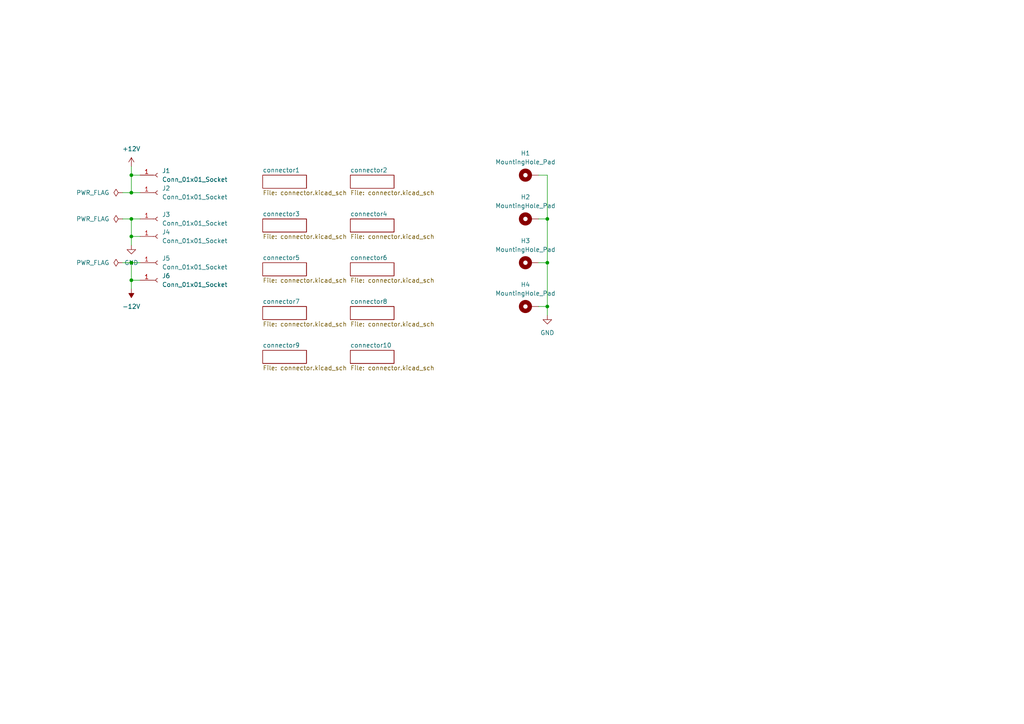
<source format=kicad_sch>
(kicad_sch (version 20230121) (generator eeschema)
  (paper "A4")
  (lib_symbols
    (symbol "Connector:Conn_01x01_Socket" (pin_names (offset 1.016) hide)
      (property "Reference" "J" (at 0 2.54 0))
      (property "Value" "Conn_01x01_Socket" (at 0 -2.54 0))
      (symbol "Conn_01x01_Socket_1_1"
        (polyline (pts (xy -1.27 0) (xy -0.508 0)) (stroke (width 0.1524)))
        (arc (start 0 0.508) (mid -0.5058 0) (end 0 -0.508) (stroke (width 0.1524)))
        (pin passive line (at -5.08 0 0) (length 3.81) (name "Pin_1") (number "1"))
      )
    )
    (symbol "Mechanical:MountingHole_Pad" (pin_numbers hide) (pin_names (offset 1.016) hide)
      (property "Reference" "H" (at 0 6.35 0))
      (property "Value" "MountingHole_Pad" (at 0 4.445 0))
      (symbol "MountingHole_Pad_0_1"
        (circle (center 0 1.27) (radius 1.27) (stroke (width 1.27)))
      )
      (symbol "MountingHole_Pad_1_1"
        (pin input line (at 0 -2.54 90) (length 2.54) (name "1") (number "1"))
      )
    )
    (symbol "power:+12V" (power) (pin_names (offset 0))
      (property "Value" "+12V" (at 0 3.556 0))
      (symbol "+12V_0_1"
        (polyline (pts (xy -0.762 1.27) (xy 0 2.54)))
        (polyline (pts (xy 0 0) (xy 0 2.54)))
        (polyline (pts (xy 0 2.54) (xy 0.762 1.27)))
      )
      (symbol "+12V_1_1"
        (pin power_in line (at 0 0 90) (length 0) hide (name "+12V") (number "1"))
      )
    )
    (symbol "power:-12V" (power) (pin_names (offset 0))
      (property "Value" "-12V" (at 0 3.81 0))
      (symbol "-12V_0_0"
        (pin power_in line (at 0 0 90) (length 0) hide (name "-12V") (number "1"))
      )
      (symbol "-12V_0_1"
        (polyline (pts (xy 0 0) (xy 0 1.27) (xy 0.762 1.27) (xy 0 2.54) (xy -0.762 1.27) (xy 0 1.27)) (fill (type outline)))
      )
    )
    (symbol "power:GND" (power) (pin_names (offset 0))
      (property "Value" "GND" (at 0 -3.81 0))
      (symbol "GND_0_1"
        (polyline (pts (xy 0 0) (xy 0 -1.27) (xy 1.27 -1.27) (xy 0 -2.54) (xy -1.27 -1.27) (xy 0 -1.27)))
      )
      (symbol "GND_1_1"
        (pin power_in line (at 0 0 270) (length 0) hide (name "GND") (number "1"))
      )
    )
    (symbol "power:PWR_FLAG" (power) (pin_numbers hide) (pin_names (offset 0) hide)
      (property "Value" "PWR_FLAG" (at 0 3.81 0))
      (symbol "PWR_FLAG_0_0"
        (pin power_out line (at 0 0 90) (length 0) (name "pwr") (number "1"))
      )
      (symbol "PWR_FLAG_0_1"
        (polyline (pts (xy 0 0) (xy 0 1.27) (xy -1.016 1.905) (xy 0 2.54) (xy 1.016 1.905) (xy 0 1.27)))
      )
    )
  )
  (junction (at 38.1 81.28))
  (junction (at 158.75 63.5))
  (junction (at 158.75 76.2))
  (junction (at 38.1 68.58))
  (junction (at 158.75 88.9))
  (junction (at 38.1 63.5))
  (junction (at 38.1 55.88))
  (junction (at 38.1 76.2))
  (junction (at 38.1 50.8))
  (wire (pts (xy 158.75 76.2) (xy 158.75 88.9)))
  (wire (pts (xy 38.1 76.2) (xy 38.1 81.28)))
  (wire (pts (xy 38.1 55.88) (xy 38.1 50.8)))
  (wire (pts (xy 40.64 55.88) (xy 38.1 55.88)))
  (wire (pts (xy 156.21 88.9) (xy 158.75 88.9)))
  (wire (pts (xy 158.75 88.9) (xy 158.75 91.44)))
  (wire (pts (xy 38.1 50.8) (xy 38.1 48.26)))
  (wire (pts (xy 35.56 63.5) (xy 38.1 63.5)))
  (wire (pts (xy 156.21 50.8) (xy 158.75 50.8)))
  (wire (pts (xy 38.1 81.28) (xy 40.64 81.28)))
  (wire (pts (xy 38.1 68.58) (xy 40.64 68.58)))
  (wire (pts (xy 38.1 68.58) (xy 38.1 71.12)))
  (wire (pts (xy 40.64 76.2) (xy 38.1 76.2)))
  (wire (pts (xy 40.64 63.5) (xy 38.1 63.5)))
  (wire (pts (xy 35.56 76.2) (xy 38.1 76.2)))
  (wire (pts (xy 156.21 76.2) (xy 158.75 76.2)))
  (wire (pts (xy 35.56 55.88) (xy 38.1 55.88)))
  (wire (pts (xy 38.1 63.5) (xy 38.1 68.58)))
  (wire (pts (xy 156.21 63.5) (xy 158.75 63.5)))
  (wire (pts (xy 40.64 50.8) (xy 38.1 50.8)))
  (wire (pts (xy 38.1 81.28) (xy 38.1 83.82)))
  (wire (pts (xy 158.75 63.5) (xy 158.75 76.2)))
  (wire (pts (xy 158.75 50.8) (xy 158.75 63.5)))
  (symbol (lib_id "Connector:Conn_01x01_Socket") (at 45.72 55.88 0) (unit 1)
    (property "Reference" "J2" (at 46.99 54.61 0) (effects (justify left)))
    (property "Value" "Conn_01x01_Socket" (at 46.99 57.15 0) (effects (justify left)))
    (property "Footprint" "Connector_Pin:Pin_D1.0mm_L10.0mm" (effects hide))
  )
  (symbol (lib_id "Connector:Conn_01x01_Socket") (at 45.72 50.8 0) (unit 1)
    (property "Reference" "J1" (at 46.99 49.53 0) (effects (justify left)))
    (property "Value" "Conn_01x01_Socket" (at 46.99 52.07 0) (effects (justify left)))
    (property "Footprint" "Connector_Pin:Pin_D1.0mm_L10.0mm" (effects hide))
  )
  (symbol (lib_id "Mechanical:MountingHole_Pad") (at 153.67 88.9 90) (unit 1)
    (property "Reference" "H4" (at 152.4 82.55 90))
    (property "Value" "MountingHole_Pad" (at 152.4 85.09 90))
    (property "Footprint" "MountingHole:MountingHole_3.2mm_M3_Pad" (effects hide))
  )
  (symbol (lib_id "Mechanical:MountingHole_Pad") (at 153.67 63.5 90) (unit 1)
    (property "Reference" "H2" (at 152.4 57.15 90))
    (property "Value" "MountingHole_Pad" (at 152.4 59.69 90))
    (property "Footprint" "MountingHole:MountingHole_3.2mm_M3_Pad" (effects hide))
  )
  (symbol (lib_id "Connector:Conn_01x01_Socket") (at 45.72 63.5 0) (unit 1)
    (property "Reference" "J3" (at 46.99 62.23 0) (effects (justify left)))
    (property "Value" "Conn_01x01_Socket" (at 46.99 64.77 0) (effects (justify left)))
    (property "Footprint" "Connector_Pin:Pin_D1.0mm_L10.0mm" (effects hide))
  )
  (symbol (lib_id "power:GND") (at 158.75 91.44 0) (unit 1)
    (property "Reference" "#PWR064" (effects hide))
    (property "Value" "GND" (at 158.75 96.52 0))
  )
  (symbol (lib_id "power:GND") (at 38.1 71.12 0) (unit 1)
    (property "Reference" "#PWR02" (effects hide))
    (property "Value" "GND" (at 38.1 76.2 0))
  )
  (symbol (lib_id "power:PWR_FLAG") (at 35.56 76.2 90) (unit 1)
    (property "Reference" "#FLG03" (effects hide))
    (property "Value" "PWR_FLAG" (at 31.75 76.2 90) (effects (justify left)))
  )
  (symbol (lib_id "power:-12V") (at 38.1 83.82 180) (unit 1)
    (property "Reference" "#PWR03" (effects hide))
    (property "Value" "-12V" (at 38.1 88.9 0))
  )
  (symbol (lib_id "Connector:Conn_01x01_Socket") (at 45.72 81.28 0) (unit 1)
    (property "Reference" "J6" (at 46.99 80.01 0) (effects (justify left)))
    (property "Value" "Conn_01x01_Socket" (at 46.99 82.55 0) (effects (justify left)))
    (property "Footprint" "Connector_Pin:Pin_D1.0mm_L10.0mm" (effects hide))
  )
  (symbol (lib_id "power:PWR_FLAG") (at 35.56 63.5 90) (unit 1)
    (property "Reference" "#FLG02" (effects hide))
    (property "Value" "PWR_FLAG" (at 31.75 63.5 90) (effects (justify left)))
  )
  (symbol (lib_id "Mechanical:MountingHole_Pad") (at 153.67 76.2 90) (unit 1)
    (property "Reference" "H3" (at 152.4 69.85 90))
    (property "Value" "MountingHole_Pad" (at 152.4 72.39 90))
    (property "Footprint" "MountingHole:MountingHole_3.2mm_M3_Pad" (effects hide))
  )
  (symbol (lib_id "Mechanical:MountingHole_Pad") (at 153.67 50.8 90) (unit 1)
    (property "Reference" "H1" (at 152.4 44.45 90))
    (property "Value" "MountingHole_Pad" (at 152.4 46.99 90))
    (property "Footprint" "MountingHole:MountingHole_3.2mm_M3_Pad" (effects hide))
  )
  (symbol (lib_id "power:PWR_FLAG") (at 35.56 55.88 90) (unit 1)
    (property "Reference" "#FLG01" (effects hide))
    (property "Value" "PWR_FLAG" (at 31.75 55.88 90) (effects (justify left)))
  )
  (symbol (lib_id "Connector:Conn_01x01_Socket") (at 45.72 76.2 0) (unit 1)
    (property "Reference" "J5" (at 46.99 74.93 0) (effects (justify left)))
    (property "Value" "Conn_01x01_Socket" (at 46.99 77.47 0) (effects (justify left)))
    (property "Footprint" "Connector_Pin:Pin_D1.0mm_L10.0mm" (effects hide))
  )
  (symbol (lib_id "power:+12V") (at 38.1 48.26 0) (unit 1)
    (property "Reference" "#PWR01" (effects hide))
    (property "Value" "+12V" (at 38.1 43.18 0))
  )
  (symbol (lib_id "Connector:Conn_01x01_Socket") (at 45.72 68.58 0) (unit 1)
    (property "Reference" "J4" (at 46.99 67.31 0) (effects (justify left)))
    (property "Value" "Conn_01x01_Socket" (at 46.99 69.85 0) (effects (justify left)))
    (property "Footprint" "Connector_Pin:Pin_D1.0mm_L10.0mm" (effects hide))
  )
  (sheet (at 101.6 63.5) (size 12.7 3.81) (stroke (width 0.1524))
    (property "Sheetname" "connector4" (at 101.6 62.7884 0) (effects (justify left bottom)))
    (property "Sheetfile" "connector.kicad_sch" (at 101.6 67.8946 0) (effects (justify left top)))
  )
  (sheet (at 101.6 50.8) (size 12.7 3.81) (stroke (width 0.1524))
    (property "Sheetname" "connector2" (at 101.6 50.0884 0) (effects (justify left bottom)))
    (property "Sheetfile" "connector.kicad_sch" (at 101.6 55.1946 0) (effects (justify left top)))
  )
  (sheet (at 101.6 76.2) (size 12.7 3.81) (stroke (width 0.1524))
    (property "Sheetname" "connector6" (at 101.6 75.4884 0) (effects (justify left bottom)))
    (property "Sheetfile" "connector.kicad_sch" (at 101.6 80.5946 0) (effects (justify left top)))
  )
  (sheet (at 76.2 63.5) (size 12.7 3.81) (stroke (width 0.1524))
    (property "Sheetname" "connector3" (at 76.2 62.7884 0) (effects (justify left bottom)))
    (property "Sheetfile" "connector.kicad_sch" (at 76.2 67.8946 0) (effects (justify left top)))
  )
  (sheet (at 101.6 88.9) (size 12.7 3.81) (stroke (width 0.1524))
    (property "Sheetname" "connector8" (at 101.6 88.1884 0) (effects (justify left bottom)))
    (property "Sheetfile" "connector.kicad_sch" (at 101.6 93.2946 0) (effects (justify left top)))
  )
  (sheet (at 76.2 50.8) (size 12.7 3.81) (stroke (width 0.1524))
    (property "Sheetname" "connector1" (at 76.2 50.0884 0) (effects (justify left bottom)))
    (property "Sheetfile" "connector.kicad_sch" (at 76.2 55.1946 0) (effects (justify left top)))
  )
  (sheet (at 76.2 88.9) (size 12.7 3.81) (stroke (width 0.1524))
    (property "Sheetname" "connector7" (at 76.2 88.1884 0) (effects (justify left bottom)))
    (property "Sheetfile" "connector.kicad_sch" (at 76.2 93.2946 0) (effects (justify left top)))
  )
  (sheet (at 101.6 101.6) (size 12.7 3.81) (stroke (width 0.1524))
    (property "Sheetname" "connector10" (at 101.6 100.8884 0) (effects (justify left bottom)))
    (property "Sheetfile" "connector.kicad_sch" (at 101.6 105.9946 0) (effects (justify left top)))
  )
  (sheet (at 76.2 76.2) (size 12.7 3.81) (stroke (width 0.1524))
    (property "Sheetname" "connector5" (at 76.2 75.4884 0) (effects (justify left bottom)))
    (property "Sheetfile" "connector.kicad_sch" (at 76.2 80.5946 0) (effects (justify left top)))
  )
  (sheet (at 76.2 101.6) (size 12.7 3.81) (stroke (width 0.1524))
    (property "Sheetname" "connector9" (at 76.2 100.8884 0) (effects (justify left bottom)))
    (property "Sheetfile" "connector.kicad_sch" (at 76.2 105.9946 0) (effects (justify left top)))
  )
)
</source>
